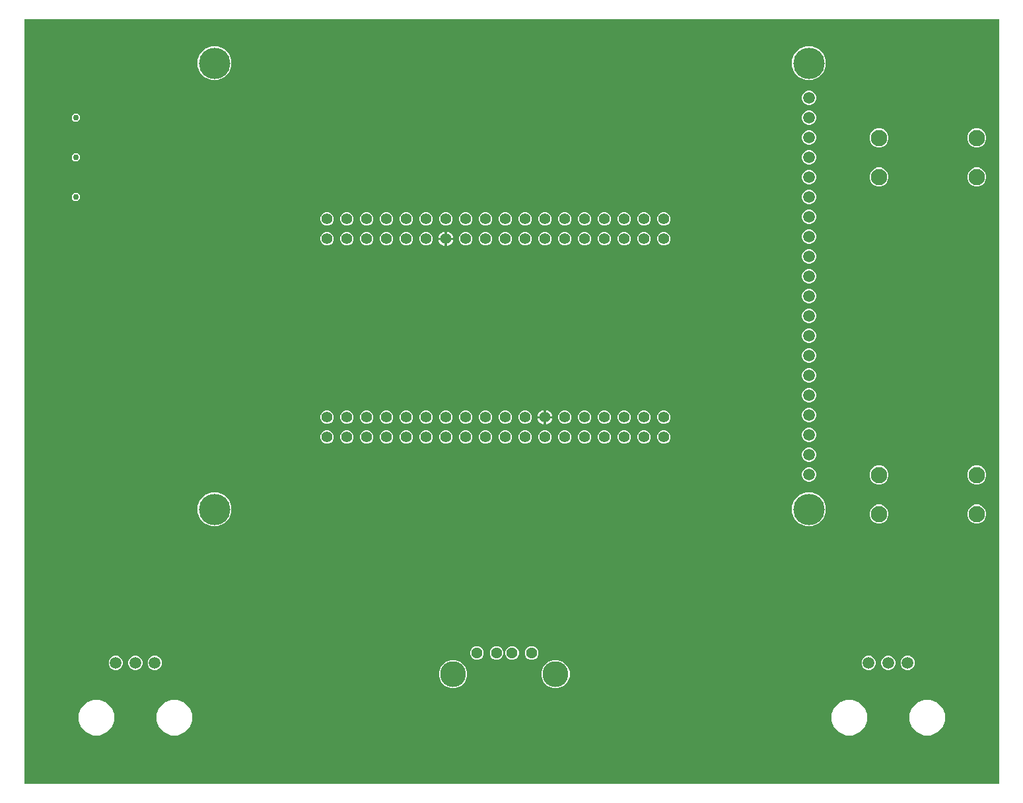
<source format=gbr>
G04 EAGLE Gerber RS-274X export*
G75*
%MOMM*%
%FSLAX34Y34*%
%LPD*%
%INCopper Layer 15*%
%IPPOS*%
%AMOC8*
5,1,8,0,0,1.08239X$1,22.5*%
G01*
%ADD10C,1.428000*%
%ADD11C,3.316000*%
%ADD12C,1.508000*%
%ADD13C,2.100000*%
%ADD14C,4.016000*%
%ADD15C,1.397000*%
%ADD16C,0.756400*%

G36*
X1258898Y10164D02*
X1258898Y10164D01*
X1258917Y10162D01*
X1259019Y10184D01*
X1259121Y10200D01*
X1259138Y10210D01*
X1259158Y10214D01*
X1259247Y10267D01*
X1259338Y10316D01*
X1259352Y10330D01*
X1259369Y10340D01*
X1259436Y10419D01*
X1259508Y10494D01*
X1259516Y10512D01*
X1259529Y10527D01*
X1259568Y10623D01*
X1259611Y10717D01*
X1259613Y10737D01*
X1259621Y10755D01*
X1259639Y10922D01*
X1259639Y989078D01*
X1259636Y989098D01*
X1259638Y989117D01*
X1259616Y989219D01*
X1259600Y989321D01*
X1259590Y989338D01*
X1259586Y989358D01*
X1259533Y989447D01*
X1259484Y989538D01*
X1259470Y989552D01*
X1259460Y989569D01*
X1259381Y989636D01*
X1259306Y989708D01*
X1259288Y989716D01*
X1259273Y989729D01*
X1259177Y989768D01*
X1259083Y989811D01*
X1259063Y989813D01*
X1259045Y989821D01*
X1258878Y989839D01*
X10922Y989839D01*
X10902Y989836D01*
X10883Y989838D01*
X10781Y989816D01*
X10679Y989800D01*
X10662Y989790D01*
X10642Y989786D01*
X10553Y989733D01*
X10462Y989684D01*
X10448Y989670D01*
X10431Y989660D01*
X10364Y989581D01*
X10292Y989506D01*
X10284Y989488D01*
X10271Y989473D01*
X10232Y989377D01*
X10189Y989283D01*
X10187Y989263D01*
X10179Y989245D01*
X10161Y989078D01*
X10161Y10922D01*
X10164Y10902D01*
X10162Y10883D01*
X10184Y10781D01*
X10200Y10679D01*
X10210Y10662D01*
X10214Y10642D01*
X10267Y10553D01*
X10316Y10462D01*
X10330Y10448D01*
X10340Y10431D01*
X10419Y10364D01*
X10494Y10292D01*
X10512Y10284D01*
X10527Y10271D01*
X10623Y10232D01*
X10717Y10189D01*
X10737Y10187D01*
X10755Y10179D01*
X10922Y10161D01*
X1258878Y10161D01*
X1258898Y10164D01*
G37*
%LPC*%
G36*
X197893Y72439D02*
X197893Y72439D01*
X189564Y75889D01*
X183189Y82264D01*
X179739Y90593D01*
X179739Y99607D01*
X183189Y107936D01*
X189564Y114311D01*
X197893Y117761D01*
X206907Y117761D01*
X215236Y114311D01*
X221611Y107936D01*
X225061Y99607D01*
X225061Y90593D01*
X221611Y82264D01*
X215236Y75889D01*
X206907Y72439D01*
X197893Y72439D01*
G37*
%LPD*%
%LPC*%
G36*
X1063093Y72439D02*
X1063093Y72439D01*
X1054764Y75889D01*
X1048389Y82264D01*
X1044939Y90593D01*
X1044939Y99607D01*
X1048389Y107936D01*
X1054764Y114311D01*
X1063093Y117761D01*
X1072107Y117761D01*
X1080436Y114311D01*
X1086811Y107936D01*
X1090261Y99607D01*
X1090261Y90593D01*
X1086811Y82264D01*
X1080436Y75889D01*
X1072107Y72439D01*
X1063093Y72439D01*
G37*
%LPD*%
%LPC*%
G36*
X1163093Y72439D02*
X1163093Y72439D01*
X1154764Y75889D01*
X1148389Y82264D01*
X1144939Y90593D01*
X1144939Y99607D01*
X1148389Y107936D01*
X1154764Y114311D01*
X1163093Y117761D01*
X1172107Y117761D01*
X1180436Y114311D01*
X1186811Y107936D01*
X1190261Y99607D01*
X1190261Y90593D01*
X1186811Y82264D01*
X1180436Y75889D01*
X1172107Y72439D01*
X1163093Y72439D01*
G37*
%LPD*%
%LPC*%
G36*
X97893Y72439D02*
X97893Y72439D01*
X89564Y75889D01*
X83189Y82264D01*
X79739Y90593D01*
X79739Y99607D01*
X83189Y107936D01*
X89564Y114311D01*
X97893Y117761D01*
X106907Y117761D01*
X115236Y114311D01*
X121611Y107936D01*
X125061Y99607D01*
X125061Y90593D01*
X121611Y82264D01*
X115236Y75889D01*
X106907Y72439D01*
X97893Y72439D01*
G37*
%LPD*%
%LPC*%
G36*
X1011703Y911845D02*
X1011703Y911845D01*
X1003762Y915134D01*
X997684Y921212D01*
X994395Y929153D01*
X994395Y937747D01*
X997684Y945688D01*
X1003762Y951766D01*
X1011703Y955055D01*
X1020297Y955055D01*
X1028238Y951766D01*
X1034316Y945688D01*
X1037605Y937747D01*
X1037605Y929153D01*
X1034316Y921212D01*
X1028238Y915134D01*
X1020297Y911845D01*
X1011703Y911845D01*
G37*
%LPD*%
%LPC*%
G36*
X249703Y911845D02*
X249703Y911845D01*
X241762Y915134D01*
X235684Y921212D01*
X232395Y929153D01*
X232395Y937747D01*
X235684Y945688D01*
X241762Y951766D01*
X249703Y955055D01*
X258297Y955055D01*
X266238Y951766D01*
X272316Y945688D01*
X275605Y937747D01*
X275605Y929153D01*
X272316Y921212D01*
X266238Y915134D01*
X258297Y911845D01*
X249703Y911845D01*
G37*
%LPD*%
%LPC*%
G36*
X249703Y340345D02*
X249703Y340345D01*
X241762Y343634D01*
X235684Y349712D01*
X232395Y357653D01*
X232395Y366247D01*
X235684Y374188D01*
X241762Y380266D01*
X249703Y383555D01*
X258297Y383555D01*
X266238Y380266D01*
X272316Y374188D01*
X275605Y366247D01*
X275605Y357653D01*
X272316Y349712D01*
X266238Y343634D01*
X258297Y340345D01*
X249703Y340345D01*
G37*
%LPD*%
%LPC*%
G36*
X1011703Y340345D02*
X1011703Y340345D01*
X1003762Y343634D01*
X997684Y349712D01*
X994395Y357653D01*
X994395Y366247D01*
X997684Y374188D01*
X1003762Y380266D01*
X1011703Y383555D01*
X1020297Y383555D01*
X1028238Y380266D01*
X1034316Y374188D01*
X1037605Y366247D01*
X1037605Y357653D01*
X1034316Y349712D01*
X1028238Y343634D01*
X1020297Y340345D01*
X1011703Y340345D01*
G37*
%LPD*%
%LPC*%
G36*
X556099Y132595D02*
X556099Y132595D01*
X549444Y135352D01*
X544352Y140444D01*
X541595Y147099D01*
X541595Y154301D01*
X544352Y160956D01*
X549444Y166048D01*
X556099Y168805D01*
X563301Y168805D01*
X569956Y166048D01*
X575048Y160956D01*
X577805Y154301D01*
X577805Y147099D01*
X575048Y140444D01*
X569956Y135352D01*
X563301Y132595D01*
X556099Y132595D01*
G37*
%LPD*%
%LPC*%
G36*
X687499Y132595D02*
X687499Y132595D01*
X680844Y135352D01*
X675752Y140444D01*
X672995Y147099D01*
X672995Y154301D01*
X675752Y160956D01*
X680844Y166048D01*
X687499Y168805D01*
X694701Y168805D01*
X701356Y166048D01*
X706448Y160956D01*
X709205Y154301D01*
X709205Y147099D01*
X706448Y140444D01*
X701356Y135352D01*
X694701Y132595D01*
X687499Y132595D01*
G37*
%LPD*%
%LPC*%
G36*
X1228508Y343975D02*
X1228508Y343975D01*
X1224089Y345806D01*
X1220706Y349189D01*
X1218875Y353608D01*
X1218875Y358392D01*
X1220706Y362811D01*
X1224089Y366194D01*
X1228508Y368025D01*
X1233292Y368025D01*
X1237711Y366194D01*
X1241094Y362811D01*
X1242925Y358392D01*
X1242925Y353608D01*
X1241094Y349189D01*
X1237711Y345806D01*
X1233292Y343975D01*
X1228508Y343975D01*
G37*
%LPD*%
%LPC*%
G36*
X1228508Y825775D02*
X1228508Y825775D01*
X1224089Y827606D01*
X1220706Y830989D01*
X1218875Y835408D01*
X1218875Y840192D01*
X1220706Y844611D01*
X1224089Y847994D01*
X1228508Y849825D01*
X1233292Y849825D01*
X1237711Y847994D01*
X1241094Y844611D01*
X1242925Y840192D01*
X1242925Y835408D01*
X1241094Y830989D01*
X1237711Y827606D01*
X1233292Y825775D01*
X1228508Y825775D01*
G37*
%LPD*%
%LPC*%
G36*
X1103508Y825775D02*
X1103508Y825775D01*
X1099089Y827606D01*
X1095706Y830989D01*
X1093875Y835408D01*
X1093875Y840192D01*
X1095706Y844611D01*
X1099089Y847994D01*
X1103508Y849825D01*
X1108292Y849825D01*
X1112711Y847994D01*
X1116094Y844611D01*
X1117925Y840192D01*
X1117925Y835408D01*
X1116094Y830989D01*
X1112711Y827606D01*
X1108292Y825775D01*
X1103508Y825775D01*
G37*
%LPD*%
%LPC*%
G36*
X1103508Y393975D02*
X1103508Y393975D01*
X1099089Y395806D01*
X1095706Y399189D01*
X1093875Y403608D01*
X1093875Y408392D01*
X1095706Y412811D01*
X1099089Y416194D01*
X1103508Y418025D01*
X1108292Y418025D01*
X1112711Y416194D01*
X1116094Y412811D01*
X1117925Y408392D01*
X1117925Y403608D01*
X1116094Y399189D01*
X1112711Y395806D01*
X1108292Y393975D01*
X1103508Y393975D01*
G37*
%LPD*%
%LPC*%
G36*
X1228508Y393975D02*
X1228508Y393975D01*
X1224089Y395806D01*
X1220706Y399189D01*
X1218875Y403608D01*
X1218875Y408392D01*
X1220706Y412811D01*
X1224089Y416194D01*
X1228508Y418025D01*
X1233292Y418025D01*
X1237711Y416194D01*
X1241094Y412811D01*
X1242925Y408392D01*
X1242925Y403608D01*
X1241094Y399189D01*
X1237711Y395806D01*
X1233292Y393975D01*
X1228508Y393975D01*
G37*
%LPD*%
%LPC*%
G36*
X1228508Y775775D02*
X1228508Y775775D01*
X1224089Y777606D01*
X1220706Y780989D01*
X1218875Y785408D01*
X1218875Y790192D01*
X1220706Y794611D01*
X1224089Y797994D01*
X1228508Y799825D01*
X1233292Y799825D01*
X1237711Y797994D01*
X1241094Y794611D01*
X1242925Y790192D01*
X1242925Y785408D01*
X1241094Y780989D01*
X1237711Y777606D01*
X1233292Y775775D01*
X1228508Y775775D01*
G37*
%LPD*%
%LPC*%
G36*
X1103508Y775775D02*
X1103508Y775775D01*
X1099089Y777606D01*
X1095706Y780989D01*
X1093875Y785408D01*
X1093875Y790192D01*
X1095706Y794611D01*
X1099089Y797994D01*
X1103508Y799825D01*
X1108292Y799825D01*
X1112711Y797994D01*
X1116094Y794611D01*
X1117925Y790192D01*
X1117925Y785408D01*
X1116094Y780989D01*
X1112711Y777606D01*
X1108292Y775775D01*
X1103508Y775775D01*
G37*
%LPD*%
%LPC*%
G36*
X1103508Y343975D02*
X1103508Y343975D01*
X1099089Y345806D01*
X1095706Y349189D01*
X1093875Y353608D01*
X1093875Y358392D01*
X1095706Y362811D01*
X1099089Y366194D01*
X1103508Y368025D01*
X1108292Y368025D01*
X1112711Y366194D01*
X1116094Y362811D01*
X1117925Y358392D01*
X1117925Y353608D01*
X1116094Y349189D01*
X1112711Y345806D01*
X1108292Y343975D01*
X1103508Y343975D01*
G37*
%LPD*%
%LPC*%
G36*
X1014197Y879935D02*
X1014197Y879935D01*
X1010865Y881315D01*
X1008315Y883865D01*
X1006935Y887197D01*
X1006935Y890803D01*
X1008315Y894135D01*
X1010865Y896685D01*
X1014197Y898065D01*
X1017803Y898065D01*
X1021135Y896685D01*
X1023685Y894135D01*
X1025065Y890803D01*
X1025065Y887197D01*
X1023685Y883865D01*
X1021135Y881315D01*
X1017803Y879935D01*
X1014197Y879935D01*
G37*
%LPD*%
%LPC*%
G36*
X1014197Y854535D02*
X1014197Y854535D01*
X1010865Y855915D01*
X1008315Y858465D01*
X1006935Y861797D01*
X1006935Y865403D01*
X1008315Y868735D01*
X1010865Y871285D01*
X1014197Y872665D01*
X1017803Y872665D01*
X1021135Y871285D01*
X1023685Y868735D01*
X1025065Y865403D01*
X1025065Y861797D01*
X1023685Y858465D01*
X1021135Y855915D01*
X1017803Y854535D01*
X1014197Y854535D01*
G37*
%LPD*%
%LPC*%
G36*
X1014197Y498935D02*
X1014197Y498935D01*
X1010865Y500315D01*
X1008315Y502865D01*
X1006935Y506197D01*
X1006935Y509803D01*
X1008315Y513135D01*
X1010865Y515685D01*
X1014197Y517065D01*
X1017803Y517065D01*
X1021135Y515685D01*
X1023685Y513135D01*
X1025065Y509803D01*
X1025065Y506197D01*
X1023685Y502865D01*
X1021135Y500315D01*
X1017803Y498935D01*
X1014197Y498935D01*
G37*
%LPD*%
%LPC*%
G36*
X1014197Y829135D02*
X1014197Y829135D01*
X1010865Y830515D01*
X1008315Y833065D01*
X1006935Y836397D01*
X1006935Y840003D01*
X1008315Y843335D01*
X1010865Y845885D01*
X1014197Y847265D01*
X1017803Y847265D01*
X1021135Y845885D01*
X1023685Y843335D01*
X1025065Y840003D01*
X1025065Y836397D01*
X1023685Y833065D01*
X1021135Y830515D01*
X1017803Y829135D01*
X1014197Y829135D01*
G37*
%LPD*%
%LPC*%
G36*
X1014197Y803735D02*
X1014197Y803735D01*
X1010865Y805115D01*
X1008315Y807665D01*
X1006935Y810997D01*
X1006935Y814603D01*
X1008315Y817935D01*
X1010865Y820485D01*
X1014197Y821865D01*
X1017803Y821865D01*
X1021135Y820485D01*
X1023685Y817935D01*
X1025065Y814603D01*
X1025065Y810997D01*
X1023685Y807665D01*
X1021135Y805115D01*
X1017803Y803735D01*
X1014197Y803735D01*
G37*
%LPD*%
%LPC*%
G36*
X1014197Y702135D02*
X1014197Y702135D01*
X1010865Y703515D01*
X1008315Y706065D01*
X1006935Y709397D01*
X1006935Y713003D01*
X1008315Y716335D01*
X1010865Y718885D01*
X1014197Y720265D01*
X1017803Y720265D01*
X1021135Y718885D01*
X1023685Y716335D01*
X1025065Y713003D01*
X1025065Y709397D01*
X1023685Y706065D01*
X1021135Y703515D01*
X1017803Y702135D01*
X1014197Y702135D01*
G37*
%LPD*%
%LPC*%
G36*
X1014197Y778335D02*
X1014197Y778335D01*
X1010865Y779715D01*
X1008315Y782265D01*
X1006935Y785597D01*
X1006935Y789203D01*
X1008315Y792535D01*
X1010865Y795085D01*
X1014197Y796465D01*
X1017803Y796465D01*
X1021135Y795085D01*
X1023685Y792535D01*
X1025065Y789203D01*
X1025065Y785597D01*
X1023685Y782265D01*
X1021135Y779715D01*
X1017803Y778335D01*
X1014197Y778335D01*
G37*
%LPD*%
%LPC*%
G36*
X1014197Y752935D02*
X1014197Y752935D01*
X1010865Y754315D01*
X1008315Y756865D01*
X1006935Y760197D01*
X1006935Y763803D01*
X1008315Y767135D01*
X1010865Y769685D01*
X1014197Y771065D01*
X1017803Y771065D01*
X1021135Y769685D01*
X1023685Y767135D01*
X1025065Y763803D01*
X1025065Y760197D01*
X1023685Y756865D01*
X1021135Y754315D01*
X1017803Y752935D01*
X1014197Y752935D01*
G37*
%LPD*%
%LPC*%
G36*
X1014197Y727535D02*
X1014197Y727535D01*
X1010865Y728915D01*
X1008315Y731465D01*
X1006935Y734797D01*
X1006935Y738403D01*
X1008315Y741735D01*
X1010865Y744285D01*
X1014197Y745665D01*
X1017803Y745665D01*
X1021135Y744285D01*
X1023685Y741735D01*
X1025065Y738403D01*
X1025065Y734797D01*
X1023685Y731465D01*
X1021135Y728915D01*
X1017803Y727535D01*
X1014197Y727535D01*
G37*
%LPD*%
%LPC*%
G36*
X1014197Y448135D02*
X1014197Y448135D01*
X1010865Y449515D01*
X1008315Y452065D01*
X1006935Y455397D01*
X1006935Y459003D01*
X1008315Y462335D01*
X1010865Y464885D01*
X1014197Y466265D01*
X1017803Y466265D01*
X1021135Y464885D01*
X1023685Y462335D01*
X1025065Y459003D01*
X1025065Y455397D01*
X1023685Y452065D01*
X1021135Y449515D01*
X1017803Y448135D01*
X1014197Y448135D01*
G37*
%LPD*%
%LPC*%
G36*
X1014197Y422735D02*
X1014197Y422735D01*
X1010865Y424115D01*
X1008315Y426665D01*
X1006935Y429997D01*
X1006935Y433603D01*
X1008315Y436935D01*
X1010865Y439485D01*
X1014197Y440865D01*
X1017803Y440865D01*
X1021135Y439485D01*
X1023685Y436935D01*
X1025065Y433603D01*
X1025065Y429997D01*
X1023685Y426665D01*
X1021135Y424115D01*
X1017803Y422735D01*
X1014197Y422735D01*
G37*
%LPD*%
%LPC*%
G36*
X1014197Y397335D02*
X1014197Y397335D01*
X1010865Y398715D01*
X1008315Y401265D01*
X1006935Y404597D01*
X1006935Y408203D01*
X1008315Y411535D01*
X1010865Y414085D01*
X1014197Y415465D01*
X1017803Y415465D01*
X1021135Y414085D01*
X1023685Y411535D01*
X1025065Y408203D01*
X1025065Y404597D01*
X1023685Y401265D01*
X1021135Y398715D01*
X1017803Y397335D01*
X1014197Y397335D01*
G37*
%LPD*%
%LPC*%
G36*
X1140797Y156035D02*
X1140797Y156035D01*
X1137465Y157415D01*
X1134915Y159965D01*
X1133535Y163297D01*
X1133535Y166903D01*
X1134915Y170235D01*
X1137465Y172785D01*
X1140797Y174165D01*
X1144403Y174165D01*
X1147735Y172785D01*
X1150285Y170235D01*
X1151665Y166903D01*
X1151665Y163297D01*
X1150285Y159965D01*
X1147735Y157415D01*
X1144403Y156035D01*
X1140797Y156035D01*
G37*
%LPD*%
%LPC*%
G36*
X1115797Y156035D02*
X1115797Y156035D01*
X1112465Y157415D01*
X1109915Y159965D01*
X1108535Y163297D01*
X1108535Y166903D01*
X1109915Y170235D01*
X1112465Y172785D01*
X1115797Y174165D01*
X1119403Y174165D01*
X1122735Y172785D01*
X1125285Y170235D01*
X1126665Y166903D01*
X1126665Y163297D01*
X1125285Y159965D01*
X1122735Y157415D01*
X1119403Y156035D01*
X1115797Y156035D01*
G37*
%LPD*%
%LPC*%
G36*
X1090797Y156035D02*
X1090797Y156035D01*
X1087465Y157415D01*
X1084915Y159965D01*
X1083535Y163297D01*
X1083535Y166903D01*
X1084915Y170235D01*
X1087465Y172785D01*
X1090797Y174165D01*
X1094403Y174165D01*
X1097735Y172785D01*
X1100285Y170235D01*
X1101665Y166903D01*
X1101665Y163297D01*
X1100285Y159965D01*
X1097735Y157415D01*
X1094403Y156035D01*
X1090797Y156035D01*
G37*
%LPD*%
%LPC*%
G36*
X175597Y156035D02*
X175597Y156035D01*
X172265Y157415D01*
X169715Y159965D01*
X168335Y163297D01*
X168335Y166903D01*
X169715Y170235D01*
X172265Y172785D01*
X175597Y174165D01*
X179203Y174165D01*
X182535Y172785D01*
X185085Y170235D01*
X186465Y166903D01*
X186465Y163297D01*
X185085Y159965D01*
X182535Y157415D01*
X179203Y156035D01*
X175597Y156035D01*
G37*
%LPD*%
%LPC*%
G36*
X150597Y156035D02*
X150597Y156035D01*
X147265Y157415D01*
X144715Y159965D01*
X143335Y163297D01*
X143335Y166903D01*
X144715Y170235D01*
X147265Y172785D01*
X150597Y174165D01*
X154203Y174165D01*
X157535Y172785D01*
X160085Y170235D01*
X161465Y166903D01*
X161465Y163297D01*
X160085Y159965D01*
X157535Y157415D01*
X154203Y156035D01*
X150597Y156035D01*
G37*
%LPD*%
%LPC*%
G36*
X125597Y156035D02*
X125597Y156035D01*
X122265Y157415D01*
X119715Y159965D01*
X118335Y163297D01*
X118335Y166903D01*
X119715Y170235D01*
X122265Y172785D01*
X125597Y174165D01*
X129203Y174165D01*
X132535Y172785D01*
X135085Y170235D01*
X136465Y166903D01*
X136465Y163297D01*
X135085Y159965D01*
X132535Y157415D01*
X129203Y156035D01*
X125597Y156035D01*
G37*
%LPD*%
%LPC*%
G36*
X1014197Y473535D02*
X1014197Y473535D01*
X1010865Y474915D01*
X1008315Y477465D01*
X1006935Y480797D01*
X1006935Y484403D01*
X1008315Y487735D01*
X1010865Y490285D01*
X1014197Y491665D01*
X1017803Y491665D01*
X1021135Y490285D01*
X1023685Y487735D01*
X1025065Y484403D01*
X1025065Y480797D01*
X1023685Y477465D01*
X1021135Y474915D01*
X1017803Y473535D01*
X1014197Y473535D01*
G37*
%LPD*%
%LPC*%
G36*
X1014197Y676735D02*
X1014197Y676735D01*
X1010865Y678115D01*
X1008315Y680665D01*
X1006935Y683997D01*
X1006935Y687603D01*
X1008315Y690935D01*
X1010865Y693485D01*
X1014197Y694865D01*
X1017803Y694865D01*
X1021135Y693485D01*
X1023685Y690935D01*
X1025065Y687603D01*
X1025065Y683997D01*
X1023685Y680665D01*
X1021135Y678115D01*
X1017803Y676735D01*
X1014197Y676735D01*
G37*
%LPD*%
%LPC*%
G36*
X1014197Y651335D02*
X1014197Y651335D01*
X1010865Y652715D01*
X1008315Y655265D01*
X1006935Y658597D01*
X1006935Y662203D01*
X1008315Y665535D01*
X1010865Y668085D01*
X1014197Y669465D01*
X1017803Y669465D01*
X1021135Y668085D01*
X1023685Y665535D01*
X1025065Y662203D01*
X1025065Y658597D01*
X1023685Y655265D01*
X1021135Y652715D01*
X1017803Y651335D01*
X1014197Y651335D01*
G37*
%LPD*%
%LPC*%
G36*
X1014197Y625935D02*
X1014197Y625935D01*
X1010865Y627315D01*
X1008315Y629865D01*
X1006935Y633197D01*
X1006935Y636803D01*
X1008315Y640135D01*
X1010865Y642685D01*
X1014197Y644065D01*
X1017803Y644065D01*
X1021135Y642685D01*
X1023685Y640135D01*
X1025065Y636803D01*
X1025065Y633197D01*
X1023685Y629865D01*
X1021135Y627315D01*
X1017803Y625935D01*
X1014197Y625935D01*
G37*
%LPD*%
%LPC*%
G36*
X1014197Y600535D02*
X1014197Y600535D01*
X1010865Y601915D01*
X1008315Y604465D01*
X1006935Y607797D01*
X1006935Y611403D01*
X1008315Y614735D01*
X1010865Y617285D01*
X1014197Y618665D01*
X1017803Y618665D01*
X1021135Y617285D01*
X1023685Y614735D01*
X1025065Y611403D01*
X1025065Y607797D01*
X1023685Y604465D01*
X1021135Y601915D01*
X1017803Y600535D01*
X1014197Y600535D01*
G37*
%LPD*%
%LPC*%
G36*
X1014197Y575135D02*
X1014197Y575135D01*
X1010865Y576515D01*
X1008315Y579065D01*
X1006935Y582397D01*
X1006935Y586003D01*
X1008315Y589335D01*
X1010865Y591885D01*
X1014197Y593265D01*
X1017803Y593265D01*
X1021135Y591885D01*
X1023685Y589335D01*
X1025065Y586003D01*
X1025065Y582397D01*
X1023685Y579065D01*
X1021135Y576515D01*
X1017803Y575135D01*
X1014197Y575135D01*
G37*
%LPD*%
%LPC*%
G36*
X1014197Y549735D02*
X1014197Y549735D01*
X1010865Y551115D01*
X1008315Y553665D01*
X1006935Y556997D01*
X1006935Y560603D01*
X1008315Y563935D01*
X1010865Y566485D01*
X1014197Y567865D01*
X1017803Y567865D01*
X1021135Y566485D01*
X1023685Y563935D01*
X1025065Y560603D01*
X1025065Y556997D01*
X1023685Y553665D01*
X1021135Y551115D01*
X1017803Y549735D01*
X1014197Y549735D01*
G37*
%LPD*%
%LPC*%
G36*
X1014197Y524335D02*
X1014197Y524335D01*
X1010865Y525715D01*
X1008315Y528265D01*
X1006935Y531597D01*
X1006935Y535203D01*
X1008315Y538535D01*
X1010865Y541085D01*
X1014197Y542465D01*
X1017803Y542465D01*
X1021135Y541085D01*
X1023685Y538535D01*
X1025065Y535203D01*
X1025065Y531597D01*
X1023685Y528265D01*
X1021135Y525715D01*
X1017803Y524335D01*
X1014197Y524335D01*
G37*
%LPD*%
%LPC*%
G36*
X658676Y169135D02*
X658676Y169135D01*
X655492Y170454D01*
X653054Y172892D01*
X651735Y176076D01*
X651735Y179524D01*
X653054Y182708D01*
X655492Y185146D01*
X658676Y186465D01*
X662124Y186465D01*
X665308Y185146D01*
X667746Y182708D01*
X669065Y179524D01*
X669065Y176076D01*
X667746Y172892D01*
X665308Y170454D01*
X662124Y169135D01*
X658676Y169135D01*
G37*
%LPD*%
%LPC*%
G36*
X588676Y169135D02*
X588676Y169135D01*
X585492Y170454D01*
X583054Y172892D01*
X581735Y176076D01*
X581735Y179524D01*
X583054Y182708D01*
X585492Y185146D01*
X588676Y186465D01*
X592124Y186465D01*
X595308Y185146D01*
X597746Y182708D01*
X599065Y179524D01*
X599065Y176076D01*
X597746Y172892D01*
X595308Y170454D01*
X592124Y169135D01*
X588676Y169135D01*
G37*
%LPD*%
%LPC*%
G36*
X613676Y169135D02*
X613676Y169135D01*
X610492Y170454D01*
X608054Y172892D01*
X606735Y176076D01*
X606735Y179524D01*
X608054Y182708D01*
X610492Y185146D01*
X613676Y186465D01*
X617124Y186465D01*
X620308Y185146D01*
X622746Y182708D01*
X624065Y179524D01*
X624065Y176076D01*
X622746Y172892D01*
X620308Y170454D01*
X617124Y169135D01*
X613676Y169135D01*
G37*
%LPD*%
%LPC*%
G36*
X633676Y169135D02*
X633676Y169135D01*
X630492Y170454D01*
X628054Y172892D01*
X626735Y176076D01*
X626735Y179524D01*
X628054Y182708D01*
X630492Y185146D01*
X633676Y186465D01*
X637124Y186465D01*
X640308Y185146D01*
X642746Y182708D01*
X644065Y179524D01*
X644065Y176076D01*
X642746Y172892D01*
X640308Y170454D01*
X637124Y169135D01*
X633676Y169135D01*
G37*
%LPD*%
%LPC*%
G36*
X701207Y725290D02*
X701207Y725290D01*
X698080Y726586D01*
X695686Y728980D01*
X694390Y732107D01*
X694390Y735493D01*
X695686Y738620D01*
X698080Y741014D01*
X701207Y742310D01*
X704593Y742310D01*
X707720Y741014D01*
X710114Y738620D01*
X711410Y735493D01*
X711410Y732107D01*
X710114Y728980D01*
X707720Y726586D01*
X704593Y725290D01*
X701207Y725290D01*
G37*
%LPD*%
%LPC*%
G36*
X599607Y699890D02*
X599607Y699890D01*
X596480Y701186D01*
X594086Y703580D01*
X592790Y706707D01*
X592790Y710093D01*
X594086Y713220D01*
X596480Y715614D01*
X599607Y716910D01*
X602993Y716910D01*
X606120Y715614D01*
X608514Y713220D01*
X609810Y710093D01*
X609810Y706707D01*
X608514Y703580D01*
X606120Y701186D01*
X602993Y699890D01*
X599607Y699890D01*
G37*
%LPD*%
%LPC*%
G36*
X625007Y699890D02*
X625007Y699890D01*
X621880Y701186D01*
X619486Y703580D01*
X618190Y706707D01*
X618190Y710093D01*
X619486Y713220D01*
X621880Y715614D01*
X625007Y716910D01*
X628393Y716910D01*
X631520Y715614D01*
X633914Y713220D01*
X635210Y710093D01*
X635210Y706707D01*
X633914Y703580D01*
X631520Y701186D01*
X628393Y699890D01*
X625007Y699890D01*
G37*
%LPD*%
%LPC*%
G36*
X523407Y725290D02*
X523407Y725290D01*
X520280Y726586D01*
X517886Y728980D01*
X516590Y732107D01*
X516590Y735493D01*
X517886Y738620D01*
X520280Y741014D01*
X523407Y742310D01*
X526793Y742310D01*
X529920Y741014D01*
X532314Y738620D01*
X533610Y735493D01*
X533610Y732107D01*
X532314Y728980D01*
X529920Y726586D01*
X526793Y725290D01*
X523407Y725290D01*
G37*
%LPD*%
%LPC*%
G36*
X498007Y725290D02*
X498007Y725290D01*
X494880Y726586D01*
X492486Y728980D01*
X491190Y732107D01*
X491190Y735493D01*
X492486Y738620D01*
X494880Y741014D01*
X498007Y742310D01*
X501393Y742310D01*
X504520Y741014D01*
X506914Y738620D01*
X508210Y735493D01*
X508210Y732107D01*
X506914Y728980D01*
X504520Y726586D01*
X501393Y725290D01*
X498007Y725290D01*
G37*
%LPD*%
%LPC*%
G36*
X828207Y725290D02*
X828207Y725290D01*
X825080Y726586D01*
X822686Y728980D01*
X821390Y732107D01*
X821390Y735493D01*
X822686Y738620D01*
X825080Y741014D01*
X828207Y742310D01*
X831593Y742310D01*
X834720Y741014D01*
X837114Y738620D01*
X838410Y735493D01*
X838410Y732107D01*
X837114Y728980D01*
X834720Y726586D01*
X831593Y725290D01*
X828207Y725290D01*
G37*
%LPD*%
%LPC*%
G36*
X802807Y725290D02*
X802807Y725290D01*
X799680Y726586D01*
X797286Y728980D01*
X795990Y732107D01*
X795990Y735493D01*
X797286Y738620D01*
X799680Y741014D01*
X802807Y742310D01*
X806193Y742310D01*
X809320Y741014D01*
X811714Y738620D01*
X813010Y735493D01*
X813010Y732107D01*
X811714Y728980D01*
X809320Y726586D01*
X806193Y725290D01*
X802807Y725290D01*
G37*
%LPD*%
%LPC*%
G36*
X777407Y725290D02*
X777407Y725290D01*
X774280Y726586D01*
X771886Y728980D01*
X770590Y732107D01*
X770590Y735493D01*
X771886Y738620D01*
X774280Y741014D01*
X777407Y742310D01*
X780793Y742310D01*
X783920Y741014D01*
X786314Y738620D01*
X787610Y735493D01*
X787610Y732107D01*
X786314Y728980D01*
X783920Y726586D01*
X780793Y725290D01*
X777407Y725290D01*
G37*
%LPD*%
%LPC*%
G36*
X752007Y725290D02*
X752007Y725290D01*
X748880Y726586D01*
X746486Y728980D01*
X745190Y732107D01*
X745190Y735493D01*
X746486Y738620D01*
X748880Y741014D01*
X752007Y742310D01*
X755393Y742310D01*
X758520Y741014D01*
X760914Y738620D01*
X762210Y735493D01*
X762210Y732107D01*
X760914Y728980D01*
X758520Y726586D01*
X755393Y725290D01*
X752007Y725290D01*
G37*
%LPD*%
%LPC*%
G36*
X726607Y725290D02*
X726607Y725290D01*
X723480Y726586D01*
X721086Y728980D01*
X719790Y732107D01*
X719790Y735493D01*
X721086Y738620D01*
X723480Y741014D01*
X726607Y742310D01*
X729993Y742310D01*
X733120Y741014D01*
X735514Y738620D01*
X736810Y735493D01*
X736810Y732107D01*
X735514Y728980D01*
X733120Y726586D01*
X729993Y725290D01*
X726607Y725290D01*
G37*
%LPD*%
%LPC*%
G36*
X447207Y725290D02*
X447207Y725290D01*
X444080Y726586D01*
X441686Y728980D01*
X440390Y732107D01*
X440390Y735493D01*
X441686Y738620D01*
X444080Y741014D01*
X447207Y742310D01*
X450593Y742310D01*
X453720Y741014D01*
X456114Y738620D01*
X457410Y735493D01*
X457410Y732107D01*
X456114Y728980D01*
X453720Y726586D01*
X450593Y725290D01*
X447207Y725290D01*
G37*
%LPD*%
%LPC*%
G36*
X675807Y725290D02*
X675807Y725290D01*
X672680Y726586D01*
X670286Y728980D01*
X668990Y732107D01*
X668990Y735493D01*
X670286Y738620D01*
X672680Y741014D01*
X675807Y742310D01*
X679193Y742310D01*
X682320Y741014D01*
X684714Y738620D01*
X686010Y735493D01*
X686010Y732107D01*
X684714Y728980D01*
X682320Y726586D01*
X679193Y725290D01*
X675807Y725290D01*
G37*
%LPD*%
%LPC*%
G36*
X650407Y725290D02*
X650407Y725290D01*
X647280Y726586D01*
X644886Y728980D01*
X643590Y732107D01*
X643590Y735493D01*
X644886Y738620D01*
X647280Y741014D01*
X650407Y742310D01*
X653793Y742310D01*
X656920Y741014D01*
X659314Y738620D01*
X660610Y735493D01*
X660610Y732107D01*
X659314Y728980D01*
X656920Y726586D01*
X653793Y725290D01*
X650407Y725290D01*
G37*
%LPD*%
%LPC*%
G36*
X625007Y725290D02*
X625007Y725290D01*
X621880Y726586D01*
X619486Y728980D01*
X618190Y732107D01*
X618190Y735493D01*
X619486Y738620D01*
X621880Y741014D01*
X625007Y742310D01*
X628393Y742310D01*
X631520Y741014D01*
X633914Y738620D01*
X635210Y735493D01*
X635210Y732107D01*
X633914Y728980D01*
X631520Y726586D01*
X628393Y725290D01*
X625007Y725290D01*
G37*
%LPD*%
%LPC*%
G36*
X599607Y725290D02*
X599607Y725290D01*
X596480Y726586D01*
X594086Y728980D01*
X592790Y732107D01*
X592790Y735493D01*
X594086Y738620D01*
X596480Y741014D01*
X599607Y742310D01*
X602993Y742310D01*
X606120Y741014D01*
X608514Y738620D01*
X609810Y735493D01*
X609810Y732107D01*
X608514Y728980D01*
X606120Y726586D01*
X602993Y725290D01*
X599607Y725290D01*
G37*
%LPD*%
%LPC*%
G36*
X574207Y725290D02*
X574207Y725290D01*
X571080Y726586D01*
X568686Y728980D01*
X567390Y732107D01*
X567390Y735493D01*
X568686Y738620D01*
X571080Y741014D01*
X574207Y742310D01*
X577593Y742310D01*
X580720Y741014D01*
X583114Y738620D01*
X584410Y735493D01*
X584410Y732107D01*
X583114Y728980D01*
X580720Y726586D01*
X577593Y725290D01*
X574207Y725290D01*
G37*
%LPD*%
%LPC*%
G36*
X548807Y725290D02*
X548807Y725290D01*
X545680Y726586D01*
X543286Y728980D01*
X541990Y732107D01*
X541990Y735493D01*
X543286Y738620D01*
X545680Y741014D01*
X548807Y742310D01*
X552193Y742310D01*
X555320Y741014D01*
X557714Y738620D01*
X559010Y735493D01*
X559010Y732107D01*
X557714Y728980D01*
X555320Y726586D01*
X552193Y725290D01*
X548807Y725290D01*
G37*
%LPD*%
%LPC*%
G36*
X421807Y725290D02*
X421807Y725290D01*
X418680Y726586D01*
X416286Y728980D01*
X414990Y732107D01*
X414990Y735493D01*
X416286Y738620D01*
X418680Y741014D01*
X421807Y742310D01*
X425193Y742310D01*
X428320Y741014D01*
X430714Y738620D01*
X432010Y735493D01*
X432010Y732107D01*
X430714Y728980D01*
X428320Y726586D01*
X425193Y725290D01*
X421807Y725290D01*
G37*
%LPD*%
%LPC*%
G36*
X396407Y725290D02*
X396407Y725290D01*
X393280Y726586D01*
X390886Y728980D01*
X389590Y732107D01*
X389590Y735493D01*
X390886Y738620D01*
X393280Y741014D01*
X396407Y742310D01*
X399793Y742310D01*
X402920Y741014D01*
X405314Y738620D01*
X406610Y735493D01*
X406610Y732107D01*
X405314Y728980D01*
X402920Y726586D01*
X399793Y725290D01*
X396407Y725290D01*
G37*
%LPD*%
%LPC*%
G36*
X472607Y725290D02*
X472607Y725290D01*
X469480Y726586D01*
X467086Y728980D01*
X465790Y732107D01*
X465790Y735493D01*
X467086Y738620D01*
X469480Y741014D01*
X472607Y742310D01*
X475993Y742310D01*
X479120Y741014D01*
X481514Y738620D01*
X482810Y735493D01*
X482810Y732107D01*
X481514Y728980D01*
X479120Y726586D01*
X475993Y725290D01*
X472607Y725290D01*
G37*
%LPD*%
%LPC*%
G36*
X650407Y445890D02*
X650407Y445890D01*
X647280Y447186D01*
X644886Y449580D01*
X643590Y452707D01*
X643590Y456093D01*
X644886Y459220D01*
X647280Y461614D01*
X650407Y462910D01*
X653793Y462910D01*
X656920Y461614D01*
X659314Y459220D01*
X660610Y456093D01*
X660610Y452707D01*
X659314Y449580D01*
X656920Y447186D01*
X653793Y445890D01*
X650407Y445890D01*
G37*
%LPD*%
%LPC*%
G36*
X828207Y699890D02*
X828207Y699890D01*
X825080Y701186D01*
X822686Y703580D01*
X821390Y706707D01*
X821390Y710093D01*
X822686Y713220D01*
X825080Y715614D01*
X828207Y716910D01*
X831593Y716910D01*
X834720Y715614D01*
X837114Y713220D01*
X838410Y710093D01*
X838410Y706707D01*
X837114Y703580D01*
X834720Y701186D01*
X831593Y699890D01*
X828207Y699890D01*
G37*
%LPD*%
%LPC*%
G36*
X802807Y699890D02*
X802807Y699890D01*
X799680Y701186D01*
X797286Y703580D01*
X795990Y706707D01*
X795990Y710093D01*
X797286Y713220D01*
X799680Y715614D01*
X802807Y716910D01*
X806193Y716910D01*
X809320Y715614D01*
X811714Y713220D01*
X813010Y710093D01*
X813010Y706707D01*
X811714Y703580D01*
X809320Y701186D01*
X806193Y699890D01*
X802807Y699890D01*
G37*
%LPD*%
%LPC*%
G36*
X777407Y699890D02*
X777407Y699890D01*
X774280Y701186D01*
X771886Y703580D01*
X770590Y706707D01*
X770590Y710093D01*
X771886Y713220D01*
X774280Y715614D01*
X777407Y716910D01*
X780793Y716910D01*
X783920Y715614D01*
X786314Y713220D01*
X787610Y710093D01*
X787610Y706707D01*
X786314Y703580D01*
X783920Y701186D01*
X780793Y699890D01*
X777407Y699890D01*
G37*
%LPD*%
%LPC*%
G36*
X752007Y699890D02*
X752007Y699890D01*
X748880Y701186D01*
X746486Y703580D01*
X745190Y706707D01*
X745190Y710093D01*
X746486Y713220D01*
X748880Y715614D01*
X752007Y716910D01*
X755393Y716910D01*
X758520Y715614D01*
X760914Y713220D01*
X762210Y710093D01*
X762210Y706707D01*
X760914Y703580D01*
X758520Y701186D01*
X755393Y699890D01*
X752007Y699890D01*
G37*
%LPD*%
%LPC*%
G36*
X726607Y699890D02*
X726607Y699890D01*
X723480Y701186D01*
X721086Y703580D01*
X719790Y706707D01*
X719790Y710093D01*
X721086Y713220D01*
X723480Y715614D01*
X726607Y716910D01*
X729993Y716910D01*
X733120Y715614D01*
X735514Y713220D01*
X736810Y710093D01*
X736810Y706707D01*
X735514Y703580D01*
X733120Y701186D01*
X729993Y699890D01*
X726607Y699890D01*
G37*
%LPD*%
%LPC*%
G36*
X701207Y699890D02*
X701207Y699890D01*
X698080Y701186D01*
X695686Y703580D01*
X694390Y706707D01*
X694390Y710093D01*
X695686Y713220D01*
X698080Y715614D01*
X701207Y716910D01*
X704593Y716910D01*
X707720Y715614D01*
X710114Y713220D01*
X711410Y710093D01*
X711410Y706707D01*
X710114Y703580D01*
X707720Y701186D01*
X704593Y699890D01*
X701207Y699890D01*
G37*
%LPD*%
%LPC*%
G36*
X675807Y699890D02*
X675807Y699890D01*
X672680Y701186D01*
X670286Y703580D01*
X668990Y706707D01*
X668990Y710093D01*
X670286Y713220D01*
X672680Y715614D01*
X675807Y716910D01*
X679193Y716910D01*
X682320Y715614D01*
X684714Y713220D01*
X686010Y710093D01*
X686010Y706707D01*
X684714Y703580D01*
X682320Y701186D01*
X679193Y699890D01*
X675807Y699890D01*
G37*
%LPD*%
%LPC*%
G36*
X650407Y699890D02*
X650407Y699890D01*
X647280Y701186D01*
X644886Y703580D01*
X643590Y706707D01*
X643590Y710093D01*
X644886Y713220D01*
X647280Y715614D01*
X650407Y716910D01*
X653793Y716910D01*
X656920Y715614D01*
X659314Y713220D01*
X660610Y710093D01*
X660610Y706707D01*
X659314Y703580D01*
X656920Y701186D01*
X653793Y699890D01*
X650407Y699890D01*
G37*
%LPD*%
%LPC*%
G36*
X701207Y471290D02*
X701207Y471290D01*
X698080Y472586D01*
X695686Y474980D01*
X694390Y478107D01*
X694390Y481493D01*
X695686Y484620D01*
X698080Y487014D01*
X701207Y488310D01*
X704593Y488310D01*
X707720Y487014D01*
X710114Y484620D01*
X711410Y481493D01*
X711410Y478107D01*
X710114Y474980D01*
X707720Y472586D01*
X704593Y471290D01*
X701207Y471290D01*
G37*
%LPD*%
%LPC*%
G36*
X650407Y471290D02*
X650407Y471290D01*
X647280Y472586D01*
X644886Y474980D01*
X643590Y478107D01*
X643590Y481493D01*
X644886Y484620D01*
X647280Y487014D01*
X650407Y488310D01*
X653793Y488310D01*
X656920Y487014D01*
X659314Y484620D01*
X660610Y481493D01*
X660610Y478107D01*
X659314Y474980D01*
X656920Y472586D01*
X653793Y471290D01*
X650407Y471290D01*
G37*
%LPD*%
%LPC*%
G36*
X625007Y471290D02*
X625007Y471290D01*
X621880Y472586D01*
X619486Y474980D01*
X618190Y478107D01*
X618190Y481493D01*
X619486Y484620D01*
X621880Y487014D01*
X625007Y488310D01*
X628393Y488310D01*
X631520Y487014D01*
X633914Y484620D01*
X635210Y481493D01*
X635210Y478107D01*
X633914Y474980D01*
X631520Y472586D01*
X628393Y471290D01*
X625007Y471290D01*
G37*
%LPD*%
%LPC*%
G36*
X599607Y471290D02*
X599607Y471290D01*
X596480Y472586D01*
X594086Y474980D01*
X592790Y478107D01*
X592790Y481493D01*
X594086Y484620D01*
X596480Y487014D01*
X599607Y488310D01*
X602993Y488310D01*
X606120Y487014D01*
X608514Y484620D01*
X609810Y481493D01*
X609810Y478107D01*
X608514Y474980D01*
X606120Y472586D01*
X602993Y471290D01*
X599607Y471290D01*
G37*
%LPD*%
%LPC*%
G36*
X574207Y471290D02*
X574207Y471290D01*
X571080Y472586D01*
X568686Y474980D01*
X567390Y478107D01*
X567390Y481493D01*
X568686Y484620D01*
X571080Y487014D01*
X574207Y488310D01*
X577593Y488310D01*
X580720Y487014D01*
X583114Y484620D01*
X584410Y481493D01*
X584410Y478107D01*
X583114Y474980D01*
X580720Y472586D01*
X577593Y471290D01*
X574207Y471290D01*
G37*
%LPD*%
%LPC*%
G36*
X548807Y471290D02*
X548807Y471290D01*
X545680Y472586D01*
X543286Y474980D01*
X541990Y478107D01*
X541990Y481493D01*
X543286Y484620D01*
X545680Y487014D01*
X548807Y488310D01*
X552193Y488310D01*
X555320Y487014D01*
X557714Y484620D01*
X559010Y481493D01*
X559010Y478107D01*
X557714Y474980D01*
X555320Y472586D01*
X552193Y471290D01*
X548807Y471290D01*
G37*
%LPD*%
%LPC*%
G36*
X472607Y471290D02*
X472607Y471290D01*
X469480Y472586D01*
X467086Y474980D01*
X465790Y478107D01*
X465790Y481493D01*
X467086Y484620D01*
X469480Y487014D01*
X472607Y488310D01*
X475993Y488310D01*
X479120Y487014D01*
X481514Y484620D01*
X482810Y481493D01*
X482810Y478107D01*
X481514Y474980D01*
X479120Y472586D01*
X475993Y471290D01*
X472607Y471290D01*
G37*
%LPD*%
%LPC*%
G36*
X447207Y471290D02*
X447207Y471290D01*
X444080Y472586D01*
X441686Y474980D01*
X440390Y478107D01*
X440390Y481493D01*
X441686Y484620D01*
X444080Y487014D01*
X447207Y488310D01*
X450593Y488310D01*
X453720Y487014D01*
X456114Y484620D01*
X457410Y481493D01*
X457410Y478107D01*
X456114Y474980D01*
X453720Y472586D01*
X450593Y471290D01*
X447207Y471290D01*
G37*
%LPD*%
%LPC*%
G36*
X421807Y471290D02*
X421807Y471290D01*
X418680Y472586D01*
X416286Y474980D01*
X414990Y478107D01*
X414990Y481493D01*
X416286Y484620D01*
X418680Y487014D01*
X421807Y488310D01*
X425193Y488310D01*
X428320Y487014D01*
X430714Y484620D01*
X432010Y481493D01*
X432010Y478107D01*
X430714Y474980D01*
X428320Y472586D01*
X425193Y471290D01*
X421807Y471290D01*
G37*
%LPD*%
%LPC*%
G36*
X396407Y471290D02*
X396407Y471290D01*
X393280Y472586D01*
X390886Y474980D01*
X389590Y478107D01*
X389590Y481493D01*
X390886Y484620D01*
X393280Y487014D01*
X396407Y488310D01*
X399793Y488310D01*
X402920Y487014D01*
X405314Y484620D01*
X406610Y481493D01*
X406610Y478107D01*
X405314Y474980D01*
X402920Y472586D01*
X399793Y471290D01*
X396407Y471290D01*
G37*
%LPD*%
%LPC*%
G36*
X675807Y445890D02*
X675807Y445890D01*
X672680Y447186D01*
X670286Y449580D01*
X668990Y452707D01*
X668990Y456093D01*
X670286Y459220D01*
X672680Y461614D01*
X675807Y462910D01*
X679193Y462910D01*
X682320Y461614D01*
X684714Y459220D01*
X686010Y456093D01*
X686010Y452707D01*
X684714Y449580D01*
X682320Y447186D01*
X679193Y445890D01*
X675807Y445890D01*
G37*
%LPD*%
%LPC*%
G36*
X421807Y445890D02*
X421807Y445890D01*
X418680Y447186D01*
X416286Y449580D01*
X414990Y452707D01*
X414990Y456093D01*
X416286Y459220D01*
X418680Y461614D01*
X421807Y462910D01*
X425193Y462910D01*
X428320Y461614D01*
X430714Y459220D01*
X432010Y456093D01*
X432010Y452707D01*
X430714Y449580D01*
X428320Y447186D01*
X425193Y445890D01*
X421807Y445890D01*
G37*
%LPD*%
%LPC*%
G36*
X396407Y445890D02*
X396407Y445890D01*
X393280Y447186D01*
X390886Y449580D01*
X389590Y452707D01*
X389590Y456093D01*
X390886Y459220D01*
X393280Y461614D01*
X396407Y462910D01*
X399793Y462910D01*
X402920Y461614D01*
X405314Y459220D01*
X406610Y456093D01*
X406610Y452707D01*
X405314Y449580D01*
X402920Y447186D01*
X399793Y445890D01*
X396407Y445890D01*
G37*
%LPD*%
%LPC*%
G36*
X828207Y445890D02*
X828207Y445890D01*
X825080Y447186D01*
X822686Y449580D01*
X821390Y452707D01*
X821390Y456093D01*
X822686Y459220D01*
X825080Y461614D01*
X828207Y462910D01*
X831593Y462910D01*
X834720Y461614D01*
X837114Y459220D01*
X838410Y456093D01*
X838410Y452707D01*
X837114Y449580D01*
X834720Y447186D01*
X831593Y445890D01*
X828207Y445890D01*
G37*
%LPD*%
%LPC*%
G36*
X802807Y445890D02*
X802807Y445890D01*
X799680Y447186D01*
X797286Y449580D01*
X795990Y452707D01*
X795990Y456093D01*
X797286Y459220D01*
X799680Y461614D01*
X802807Y462910D01*
X806193Y462910D01*
X809320Y461614D01*
X811714Y459220D01*
X813010Y456093D01*
X813010Y452707D01*
X811714Y449580D01*
X809320Y447186D01*
X806193Y445890D01*
X802807Y445890D01*
G37*
%LPD*%
%LPC*%
G36*
X777407Y445890D02*
X777407Y445890D01*
X774280Y447186D01*
X771886Y449580D01*
X770590Y452707D01*
X770590Y456093D01*
X771886Y459220D01*
X774280Y461614D01*
X777407Y462910D01*
X780793Y462910D01*
X783920Y461614D01*
X786314Y459220D01*
X787610Y456093D01*
X787610Y452707D01*
X786314Y449580D01*
X783920Y447186D01*
X780793Y445890D01*
X777407Y445890D01*
G37*
%LPD*%
%LPC*%
G36*
X752007Y445890D02*
X752007Y445890D01*
X748880Y447186D01*
X746486Y449580D01*
X745190Y452707D01*
X745190Y456093D01*
X746486Y459220D01*
X748880Y461614D01*
X752007Y462910D01*
X755393Y462910D01*
X758520Y461614D01*
X760914Y459220D01*
X762210Y456093D01*
X762210Y452707D01*
X760914Y449580D01*
X758520Y447186D01*
X755393Y445890D01*
X752007Y445890D01*
G37*
%LPD*%
%LPC*%
G36*
X726607Y445890D02*
X726607Y445890D01*
X723480Y447186D01*
X721086Y449580D01*
X719790Y452707D01*
X719790Y456093D01*
X721086Y459220D01*
X723480Y461614D01*
X726607Y462910D01*
X729993Y462910D01*
X733120Y461614D01*
X735514Y459220D01*
X736810Y456093D01*
X736810Y452707D01*
X735514Y449580D01*
X733120Y447186D01*
X729993Y445890D01*
X726607Y445890D01*
G37*
%LPD*%
%LPC*%
G36*
X701207Y445890D02*
X701207Y445890D01*
X698080Y447186D01*
X695686Y449580D01*
X694390Y452707D01*
X694390Y456093D01*
X695686Y459220D01*
X698080Y461614D01*
X701207Y462910D01*
X704593Y462910D01*
X707720Y461614D01*
X710114Y459220D01*
X711410Y456093D01*
X711410Y452707D01*
X710114Y449580D01*
X707720Y447186D01*
X704593Y445890D01*
X701207Y445890D01*
G37*
%LPD*%
%LPC*%
G36*
X625007Y445890D02*
X625007Y445890D01*
X621880Y447186D01*
X619486Y449580D01*
X618190Y452707D01*
X618190Y456093D01*
X619486Y459220D01*
X621880Y461614D01*
X625007Y462910D01*
X628393Y462910D01*
X631520Y461614D01*
X633914Y459220D01*
X635210Y456093D01*
X635210Y452707D01*
X633914Y449580D01*
X631520Y447186D01*
X628393Y445890D01*
X625007Y445890D01*
G37*
%LPD*%
%LPC*%
G36*
X599607Y445890D02*
X599607Y445890D01*
X596480Y447186D01*
X594086Y449580D01*
X592790Y452707D01*
X592790Y456093D01*
X594086Y459220D01*
X596480Y461614D01*
X599607Y462910D01*
X602993Y462910D01*
X606120Y461614D01*
X608514Y459220D01*
X609810Y456093D01*
X609810Y452707D01*
X608514Y449580D01*
X606120Y447186D01*
X602993Y445890D01*
X599607Y445890D01*
G37*
%LPD*%
%LPC*%
G36*
X574207Y445890D02*
X574207Y445890D01*
X571080Y447186D01*
X568686Y449580D01*
X567390Y452707D01*
X567390Y456093D01*
X568686Y459220D01*
X571080Y461614D01*
X574207Y462910D01*
X577593Y462910D01*
X580720Y461614D01*
X583114Y459220D01*
X584410Y456093D01*
X584410Y452707D01*
X583114Y449580D01*
X580720Y447186D01*
X577593Y445890D01*
X574207Y445890D01*
G37*
%LPD*%
%LPC*%
G36*
X548807Y445890D02*
X548807Y445890D01*
X545680Y447186D01*
X543286Y449580D01*
X541990Y452707D01*
X541990Y456093D01*
X543286Y459220D01*
X545680Y461614D01*
X548807Y462910D01*
X552193Y462910D01*
X555320Y461614D01*
X557714Y459220D01*
X559010Y456093D01*
X559010Y452707D01*
X557714Y449580D01*
X555320Y447186D01*
X552193Y445890D01*
X548807Y445890D01*
G37*
%LPD*%
%LPC*%
G36*
X523407Y445890D02*
X523407Y445890D01*
X520280Y447186D01*
X517886Y449580D01*
X516590Y452707D01*
X516590Y456093D01*
X517886Y459220D01*
X520280Y461614D01*
X523407Y462910D01*
X526793Y462910D01*
X529920Y461614D01*
X532314Y459220D01*
X533610Y456093D01*
X533610Y452707D01*
X532314Y449580D01*
X529920Y447186D01*
X526793Y445890D01*
X523407Y445890D01*
G37*
%LPD*%
%LPC*%
G36*
X498007Y445890D02*
X498007Y445890D01*
X494880Y447186D01*
X492486Y449580D01*
X491190Y452707D01*
X491190Y456093D01*
X492486Y459220D01*
X494880Y461614D01*
X498007Y462910D01*
X501393Y462910D01*
X504520Y461614D01*
X506914Y459220D01*
X508210Y456093D01*
X508210Y452707D01*
X506914Y449580D01*
X504520Y447186D01*
X501393Y445890D01*
X498007Y445890D01*
G37*
%LPD*%
%LPC*%
G36*
X472607Y445890D02*
X472607Y445890D01*
X469480Y447186D01*
X467086Y449580D01*
X465790Y452707D01*
X465790Y456093D01*
X467086Y459220D01*
X469480Y461614D01*
X472607Y462910D01*
X475993Y462910D01*
X479120Y461614D01*
X481514Y459220D01*
X482810Y456093D01*
X482810Y452707D01*
X481514Y449580D01*
X479120Y447186D01*
X475993Y445890D01*
X472607Y445890D01*
G37*
%LPD*%
%LPC*%
G36*
X447207Y445890D02*
X447207Y445890D01*
X444080Y447186D01*
X441686Y449580D01*
X440390Y452707D01*
X440390Y456093D01*
X441686Y459220D01*
X444080Y461614D01*
X447207Y462910D01*
X450593Y462910D01*
X453720Y461614D01*
X456114Y459220D01*
X457410Y456093D01*
X457410Y452707D01*
X456114Y449580D01*
X453720Y447186D01*
X450593Y445890D01*
X447207Y445890D01*
G37*
%LPD*%
%LPC*%
G36*
X752007Y471290D02*
X752007Y471290D01*
X748880Y472586D01*
X746486Y474980D01*
X745190Y478107D01*
X745190Y481493D01*
X746486Y484620D01*
X748880Y487014D01*
X752007Y488310D01*
X755393Y488310D01*
X758520Y487014D01*
X760914Y484620D01*
X762210Y481493D01*
X762210Y478107D01*
X760914Y474980D01*
X758520Y472586D01*
X755393Y471290D01*
X752007Y471290D01*
G37*
%LPD*%
%LPC*%
G36*
X396407Y699890D02*
X396407Y699890D01*
X393280Y701186D01*
X390886Y703580D01*
X389590Y706707D01*
X389590Y710093D01*
X390886Y713220D01*
X393280Y715614D01*
X396407Y716910D01*
X399793Y716910D01*
X402920Y715614D01*
X405314Y713220D01*
X406610Y710093D01*
X406610Y706707D01*
X405314Y703580D01*
X402920Y701186D01*
X399793Y699890D01*
X396407Y699890D01*
G37*
%LPD*%
%LPC*%
G36*
X421807Y699890D02*
X421807Y699890D01*
X418680Y701186D01*
X416286Y703580D01*
X414990Y706707D01*
X414990Y710093D01*
X416286Y713220D01*
X418680Y715614D01*
X421807Y716910D01*
X425193Y716910D01*
X428320Y715614D01*
X430714Y713220D01*
X432010Y710093D01*
X432010Y706707D01*
X430714Y703580D01*
X428320Y701186D01*
X425193Y699890D01*
X421807Y699890D01*
G37*
%LPD*%
%LPC*%
G36*
X447207Y699890D02*
X447207Y699890D01*
X444080Y701186D01*
X441686Y703580D01*
X440390Y706707D01*
X440390Y710093D01*
X441686Y713220D01*
X444080Y715614D01*
X447207Y716910D01*
X450593Y716910D01*
X453720Y715614D01*
X456114Y713220D01*
X457410Y710093D01*
X457410Y706707D01*
X456114Y703580D01*
X453720Y701186D01*
X450593Y699890D01*
X447207Y699890D01*
G37*
%LPD*%
%LPC*%
G36*
X498007Y699890D02*
X498007Y699890D01*
X494880Y701186D01*
X492486Y703580D01*
X491190Y706707D01*
X491190Y710093D01*
X492486Y713220D01*
X494880Y715614D01*
X498007Y716910D01*
X501393Y716910D01*
X504520Y715614D01*
X506914Y713220D01*
X508210Y710093D01*
X508210Y706707D01*
X506914Y703580D01*
X504520Y701186D01*
X501393Y699890D01*
X498007Y699890D01*
G37*
%LPD*%
%LPC*%
G36*
X726607Y471290D02*
X726607Y471290D01*
X723480Y472586D01*
X721086Y474980D01*
X719790Y478107D01*
X719790Y481493D01*
X721086Y484620D01*
X723480Y487014D01*
X726607Y488310D01*
X729993Y488310D01*
X733120Y487014D01*
X735514Y484620D01*
X736810Y481493D01*
X736810Y478107D01*
X735514Y474980D01*
X733120Y472586D01*
X729993Y471290D01*
X726607Y471290D01*
G37*
%LPD*%
%LPC*%
G36*
X828207Y471290D02*
X828207Y471290D01*
X825080Y472586D01*
X822686Y474980D01*
X821390Y478107D01*
X821390Y481493D01*
X822686Y484620D01*
X825080Y487014D01*
X828207Y488310D01*
X831593Y488310D01*
X834720Y487014D01*
X837114Y484620D01*
X838410Y481493D01*
X838410Y478107D01*
X837114Y474980D01*
X834720Y472586D01*
X831593Y471290D01*
X828207Y471290D01*
G37*
%LPD*%
%LPC*%
G36*
X802807Y471290D02*
X802807Y471290D01*
X799680Y472586D01*
X797286Y474980D01*
X795990Y478107D01*
X795990Y481493D01*
X797286Y484620D01*
X799680Y487014D01*
X802807Y488310D01*
X806193Y488310D01*
X809320Y487014D01*
X811714Y484620D01*
X813010Y481493D01*
X813010Y478107D01*
X811714Y474980D01*
X809320Y472586D01*
X806193Y471290D01*
X802807Y471290D01*
G37*
%LPD*%
%LPC*%
G36*
X777407Y471290D02*
X777407Y471290D01*
X774280Y472586D01*
X771886Y474980D01*
X770590Y478107D01*
X770590Y481493D01*
X771886Y484620D01*
X774280Y487014D01*
X777407Y488310D01*
X780793Y488310D01*
X783920Y487014D01*
X786314Y484620D01*
X787610Y481493D01*
X787610Y478107D01*
X786314Y474980D01*
X783920Y472586D01*
X780793Y471290D01*
X777407Y471290D01*
G37*
%LPD*%
%LPC*%
G36*
X523407Y471290D02*
X523407Y471290D01*
X520280Y472586D01*
X517886Y474980D01*
X516590Y478107D01*
X516590Y481493D01*
X517886Y484620D01*
X520280Y487014D01*
X523407Y488310D01*
X526793Y488310D01*
X529920Y487014D01*
X532314Y484620D01*
X533610Y481493D01*
X533610Y478107D01*
X532314Y474980D01*
X529920Y472586D01*
X526793Y471290D01*
X523407Y471290D01*
G37*
%LPD*%
%LPC*%
G36*
X498007Y471290D02*
X498007Y471290D01*
X494880Y472586D01*
X492486Y474980D01*
X491190Y478107D01*
X491190Y481493D01*
X492486Y484620D01*
X494880Y487014D01*
X498007Y488310D01*
X501393Y488310D01*
X504520Y487014D01*
X506914Y484620D01*
X508210Y481493D01*
X508210Y478107D01*
X506914Y474980D01*
X504520Y472586D01*
X501393Y471290D01*
X498007Y471290D01*
G37*
%LPD*%
%LPC*%
G36*
X472607Y699890D02*
X472607Y699890D01*
X469480Y701186D01*
X467086Y703580D01*
X465790Y706707D01*
X465790Y710093D01*
X467086Y713220D01*
X469480Y715614D01*
X472607Y716910D01*
X475993Y716910D01*
X479120Y715614D01*
X481514Y713220D01*
X482810Y710093D01*
X482810Y706707D01*
X481514Y703580D01*
X479120Y701186D01*
X475993Y699890D01*
X472607Y699890D01*
G37*
%LPD*%
%LPC*%
G36*
X523407Y699890D02*
X523407Y699890D01*
X520280Y701186D01*
X517886Y703580D01*
X516590Y706707D01*
X516590Y710093D01*
X517886Y713220D01*
X520280Y715614D01*
X523407Y716910D01*
X526793Y716910D01*
X529920Y715614D01*
X532314Y713220D01*
X533610Y710093D01*
X533610Y706707D01*
X532314Y703580D01*
X529920Y701186D01*
X526793Y699890D01*
X523407Y699890D01*
G37*
%LPD*%
%LPC*%
G36*
X574207Y699890D02*
X574207Y699890D01*
X571080Y701186D01*
X568686Y703580D01*
X567390Y706707D01*
X567390Y710093D01*
X568686Y713220D01*
X571080Y715614D01*
X574207Y716910D01*
X577593Y716910D01*
X580720Y715614D01*
X583114Y713220D01*
X584410Y710093D01*
X584410Y706707D01*
X583114Y703580D01*
X580720Y701186D01*
X577593Y699890D01*
X574207Y699890D01*
G37*
%LPD*%
%LPC*%
G36*
X74002Y807493D02*
X74002Y807493D01*
X70893Y810602D01*
X70893Y814998D01*
X74002Y818107D01*
X78398Y818107D01*
X81507Y814998D01*
X81507Y810602D01*
X78398Y807493D01*
X74002Y807493D01*
G37*
%LPD*%
%LPC*%
G36*
X74002Y756693D02*
X74002Y756693D01*
X70893Y759802D01*
X70893Y764198D01*
X74002Y767307D01*
X78398Y767307D01*
X81507Y764198D01*
X81507Y759802D01*
X78398Y756693D01*
X74002Y756693D01*
G37*
%LPD*%
%LPC*%
G36*
X74002Y858293D02*
X74002Y858293D01*
X70893Y861402D01*
X70893Y865798D01*
X74002Y868907D01*
X78398Y868907D01*
X81507Y865798D01*
X81507Y861402D01*
X78398Y858293D01*
X74002Y858293D01*
G37*
%LPD*%
%LPC*%
G36*
X679023Y481323D02*
X679023Y481323D01*
X679023Y489209D01*
X680279Y488960D01*
X682012Y488242D01*
X683572Y487199D01*
X684899Y485872D01*
X685942Y484312D01*
X686660Y482579D01*
X686909Y481323D01*
X679023Y481323D01*
G37*
%LPD*%
%LPC*%
G36*
X552023Y709923D02*
X552023Y709923D01*
X552023Y717809D01*
X553279Y717560D01*
X555012Y716842D01*
X556572Y715799D01*
X557899Y714472D01*
X558942Y712912D01*
X559660Y711179D01*
X559909Y709923D01*
X552023Y709923D01*
G37*
%LPD*%
%LPC*%
G36*
X668091Y481323D02*
X668091Y481323D01*
X668340Y482579D01*
X669058Y484312D01*
X670101Y485872D01*
X671428Y487199D01*
X672988Y488242D01*
X674721Y488960D01*
X675977Y489209D01*
X675977Y481323D01*
X668091Y481323D01*
G37*
%LPD*%
%LPC*%
G36*
X541091Y709923D02*
X541091Y709923D01*
X541340Y711179D01*
X542058Y712912D01*
X543101Y714472D01*
X544428Y715799D01*
X545988Y716842D01*
X547721Y717560D01*
X548977Y717809D01*
X548977Y709923D01*
X541091Y709923D01*
G37*
%LPD*%
%LPC*%
G36*
X552023Y706877D02*
X552023Y706877D01*
X559909Y706877D01*
X559660Y705621D01*
X558942Y703888D01*
X557899Y702328D01*
X556572Y701001D01*
X555012Y699958D01*
X553279Y699240D01*
X552023Y698991D01*
X552023Y706877D01*
G37*
%LPD*%
%LPC*%
G36*
X679023Y478277D02*
X679023Y478277D01*
X686909Y478277D01*
X686660Y477021D01*
X685942Y475288D01*
X684899Y473728D01*
X683572Y472401D01*
X682012Y471358D01*
X680279Y470640D01*
X679023Y470391D01*
X679023Y478277D01*
G37*
%LPD*%
%LPC*%
G36*
X674721Y470640D02*
X674721Y470640D01*
X672988Y471358D01*
X671428Y472401D01*
X670101Y473728D01*
X669058Y475288D01*
X668340Y477021D01*
X668091Y478277D01*
X675977Y478277D01*
X675977Y470391D01*
X674721Y470640D01*
G37*
%LPD*%
%LPC*%
G36*
X547721Y699240D02*
X547721Y699240D01*
X545988Y699958D01*
X544428Y701001D01*
X543101Y702328D01*
X542058Y703888D01*
X541340Y705621D01*
X541091Y706877D01*
X548977Y706877D01*
X548977Y698991D01*
X547721Y699240D01*
G37*
%LPD*%
%LPC*%
G36*
X677499Y479799D02*
X677499Y479799D01*
X677499Y479801D01*
X677501Y479801D01*
X677501Y479799D01*
X677499Y479799D01*
G37*
%LPD*%
%LPC*%
G36*
X550499Y708399D02*
X550499Y708399D01*
X550499Y708401D01*
X550501Y708401D01*
X550501Y708399D01*
X550499Y708399D01*
G37*
%LPD*%
D10*
X660400Y177800D03*
X635400Y177800D03*
X615400Y177800D03*
X590400Y177800D03*
D11*
X691100Y150700D03*
X559700Y150700D03*
D12*
X177400Y165100D03*
X152400Y165100D03*
X127400Y165100D03*
X1142600Y165100D03*
X1117600Y165100D03*
X1092600Y165100D03*
D13*
X1105900Y837800D03*
X1105900Y787800D03*
X1230900Y787800D03*
X1230900Y837800D03*
X1105900Y406000D03*
X1105900Y356000D03*
X1230900Y356000D03*
X1230900Y406000D03*
D12*
X1016000Y406400D03*
X1016000Y431800D03*
X1016000Y457200D03*
X1016000Y482600D03*
X1016000Y508000D03*
X1016000Y533400D03*
X1016000Y558800D03*
X1016000Y584200D03*
X1016000Y609600D03*
X1016000Y635000D03*
X1016000Y660400D03*
X1016000Y685800D03*
X1016000Y711200D03*
X1016000Y736600D03*
X1016000Y762000D03*
X1016000Y787400D03*
X1016000Y812800D03*
X1016000Y838200D03*
X1016000Y863600D03*
X1016000Y889000D03*
D14*
X1016000Y361950D03*
X1016000Y933450D03*
X254000Y361950D03*
X254000Y933450D03*
D15*
X829900Y454400D03*
X829900Y479800D03*
X804500Y454400D03*
X804500Y479800D03*
X779100Y454400D03*
X779100Y479800D03*
X753700Y454400D03*
X753700Y479800D03*
X728300Y454400D03*
X728300Y479800D03*
X702900Y454400D03*
X702900Y479800D03*
X677500Y454400D03*
X677500Y479800D03*
X652100Y454400D03*
X652100Y479800D03*
X626700Y454400D03*
X626700Y479800D03*
X601300Y454400D03*
X601300Y479800D03*
X575900Y454400D03*
X575900Y479800D03*
X550500Y454400D03*
X550500Y479800D03*
X525100Y454400D03*
X525100Y479800D03*
X499700Y454400D03*
X499700Y479800D03*
X474300Y454400D03*
X474300Y479800D03*
X448900Y454400D03*
X448900Y479800D03*
X423500Y454400D03*
X423500Y479800D03*
X398100Y454400D03*
X398100Y479800D03*
X829900Y708400D03*
X829900Y733800D03*
X804500Y708400D03*
X804500Y733800D03*
X779100Y708400D03*
X779100Y733800D03*
X753700Y708400D03*
X753700Y733800D03*
X728300Y708400D03*
X728300Y733800D03*
X702900Y708400D03*
X702900Y733800D03*
X677500Y708400D03*
X677500Y733800D03*
X652100Y708400D03*
X652100Y733800D03*
X626700Y708400D03*
X626700Y733800D03*
X601300Y708400D03*
X601300Y733800D03*
X575900Y708400D03*
X575900Y733800D03*
X550500Y708400D03*
X550500Y733800D03*
X525100Y708400D03*
X525100Y733800D03*
X499700Y708400D03*
X499700Y733800D03*
X474300Y708400D03*
X474300Y733800D03*
X448900Y708400D03*
X448900Y733800D03*
X423500Y708400D03*
X423500Y733800D03*
X398100Y708400D03*
X398100Y733800D03*
D16*
X76200Y762000D03*
X76200Y812800D03*
X76200Y863600D03*
X1066800Y355600D03*
X1066800Y787400D03*
M02*

</source>
